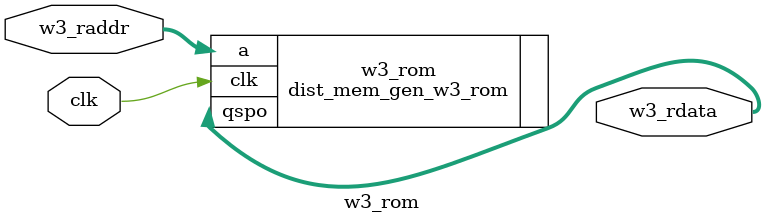
<source format=v>

module w3_rom(/*autoport*/
//output
			w3_rdata,
//input
			clk,
			w3_raddr);
	input clk;
	input [4:0] 	w3_raddr;
	output[767:0] 	w3_rdata;
							
	dist_mem_gen_w3_rom w3_rom (
	  .a(w3_raddr),        // input [4 : 0] a
	  .clk(clk),    // input clk
	  .qspo(w3_rdata)  // output [767 : 0] qspo
	);

endmodule
</source>
